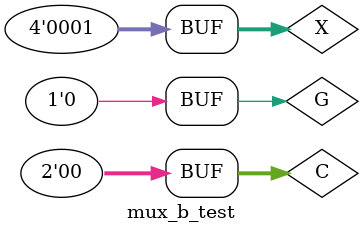
<source format=v>
`timescale 1ns / 1ps


module mux_b_test;

	// Inputs
	reg G;
	reg [1:0] C;
	reg [3:0] X;

	// Outputs
	wire Y;

	// Instantiate the Unit Under Test (UUT)
	mux_b uut (
		.G(G), 
		.C(C), 
		.X(X), 
		.Y(Y)
	);

	initial begin
		G = 0;
		C = 2'b00;
		X = 4'b0000;

		#100;
		
		G = 0;
		C = 2'b00;
		X = 4'b0001;
        
	end
      
endmodule


</source>
